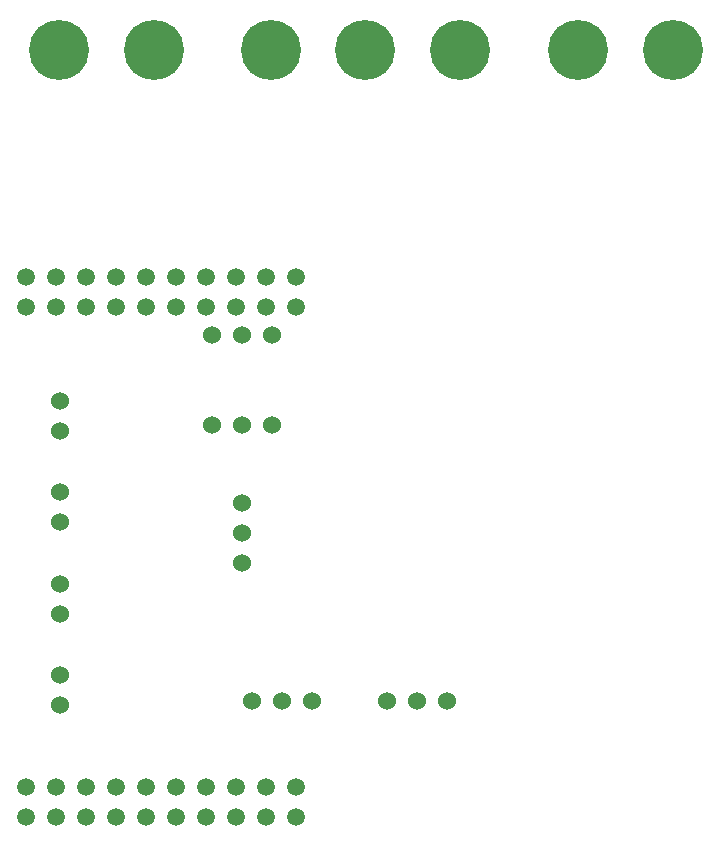
<source format=gbr>
G04 #@! TF.FileFunction,Soldermask,Bot*
%FSLAX46Y46*%
G04 Gerber Fmt 4.6, Leading zero omitted, Abs format (unit mm)*
G04 Created by KiCad (PCBNEW 4.0.7) date 08/13/18 10:27:34*
%MOMM*%
%LPD*%
G01*
G04 APERTURE LIST*
%ADD10C,0.100000*%
%ADD11C,1.520000*%
%ADD12C,1.524000*%
%ADD13C,5.080000*%
G04 APERTURE END LIST*
D10*
D11*
X119278400Y-204774800D03*
X121818400Y-204774800D03*
X124358400Y-204774800D03*
X126898400Y-204774800D03*
X129438400Y-204774800D03*
X131978400Y-204774800D03*
X134518400Y-204774800D03*
X137058400Y-204774800D03*
X139598400Y-204774800D03*
X142138400Y-204774800D03*
X119278400Y-207314800D03*
X121818400Y-207314800D03*
X124358400Y-207314800D03*
X126898400Y-207314800D03*
X129438400Y-207314800D03*
X131978400Y-207314800D03*
X134518400Y-207314800D03*
X137058400Y-207314800D03*
X139598400Y-207314800D03*
X142138400Y-207314800D03*
X119278400Y-164134800D03*
X121818400Y-164134800D03*
X124358400Y-164134800D03*
X126898400Y-164134800D03*
X129438400Y-164134800D03*
X131978400Y-164134800D03*
X134518400Y-164134800D03*
X137058400Y-164134800D03*
X139598400Y-164134800D03*
X142138400Y-164134800D03*
X119278400Y-161594800D03*
X121818400Y-161594800D03*
X124358400Y-161594800D03*
X126898400Y-161594800D03*
X129438400Y-161594800D03*
X131978400Y-161594800D03*
X134518400Y-161594800D03*
X137058400Y-161594800D03*
X139598400Y-161594800D03*
X142138400Y-161594800D03*
D12*
X149860000Y-197485000D03*
X152400000Y-197485000D03*
X154940000Y-197485000D03*
X137541000Y-185801000D03*
X137541000Y-183261000D03*
X137541000Y-180721000D03*
X122174000Y-182372000D03*
X122174000Y-179832000D03*
D13*
X139980400Y-142367000D03*
X147979400Y-142367000D03*
X155980400Y-142367000D03*
X122071400Y-142367000D03*
X130072400Y-142367000D03*
X166013400Y-142367000D03*
X174014400Y-142367000D03*
D12*
X135001000Y-166497000D03*
X135001000Y-174117000D03*
X137541000Y-166497000D03*
X137541000Y-174117000D03*
X140081000Y-166497000D03*
X140081000Y-174117000D03*
X122174000Y-174625000D03*
X122174000Y-172085000D03*
X122174000Y-190119000D03*
X122174000Y-187579000D03*
X122174000Y-197866000D03*
X122174000Y-195326000D03*
X138430000Y-197485000D03*
X140970000Y-197485000D03*
X143510000Y-197485000D03*
M02*

</source>
